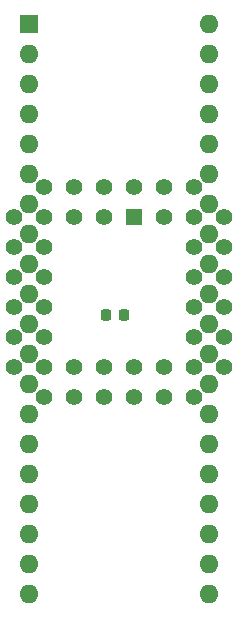
<source format=gbs>
%TF.GenerationSoftware,KiCad,Pcbnew,(6.0.0)*%
%TF.CreationDate,2022-03-13T18:44:15-04:00*%
%TF.ProjectId,z80plcc to dip,7a383070-6c63-4632-9074-6f206469702e,rev?*%
%TF.SameCoordinates,Original*%
%TF.FileFunction,Soldermask,Bot*%
%TF.FilePolarity,Negative*%
%FSLAX46Y46*%
G04 Gerber Fmt 4.6, Leading zero omitted, Abs format (unit mm)*
G04 Created by KiCad (PCBNEW (6.0.0)) date 2022-03-13 18:44:15*
%MOMM*%
%LPD*%
G01*
G04 APERTURE LIST*
G04 Aperture macros list*
%AMRoundRect*
0 Rectangle with rounded corners*
0 $1 Rounding radius*
0 $2 $3 $4 $5 $6 $7 $8 $9 X,Y pos of 4 corners*
0 Add a 4 corners polygon primitive as box body*
4,1,4,$2,$3,$4,$5,$6,$7,$8,$9,$2,$3,0*
0 Add four circle primitives for the rounded corners*
1,1,$1+$1,$2,$3*
1,1,$1+$1,$4,$5*
1,1,$1+$1,$6,$7*
1,1,$1+$1,$8,$9*
0 Add four rect primitives between the rounded corners*
20,1,$1+$1,$2,$3,$4,$5,0*
20,1,$1+$1,$4,$5,$6,$7,0*
20,1,$1+$1,$6,$7,$8,$9,0*
20,1,$1+$1,$8,$9,$2,$3,0*%
G04 Aperture macros list end*
%ADD10R,1.422400X1.422400*%
%ADD11C,1.422400*%
%ADD12R,1.600000X1.600000*%
%ADD13O,1.600000X1.600000*%
%ADD14RoundRect,0.225000X-0.225000X-0.250000X0.225000X-0.250000X0.225000X0.250000X-0.225000X0.250000X0*%
G04 APERTURE END LIST*
D10*
%TO.C,IC1*%
X127360000Y-84455000D03*
D11*
X124820000Y-81915000D03*
X124820000Y-84455000D03*
X122280000Y-81915000D03*
X122280000Y-84455000D03*
X119740000Y-81915000D03*
X117200000Y-84455000D03*
X119740000Y-84455000D03*
X117200000Y-86995000D03*
X119740000Y-86995000D03*
X117200000Y-89535000D03*
X119740000Y-89535000D03*
X117200000Y-92075000D03*
X119740000Y-92075000D03*
X117200000Y-94615000D03*
X119740000Y-94615000D03*
X117200000Y-97155000D03*
X119740000Y-99695000D03*
X119740000Y-97155000D03*
X122280000Y-99695000D03*
X122280000Y-97155000D03*
X124820000Y-99695000D03*
X124820000Y-97155000D03*
X127360000Y-99695000D03*
X127360000Y-97155000D03*
X129900000Y-99695000D03*
X129900000Y-97155000D03*
X132440000Y-99695000D03*
X134980000Y-97155000D03*
X132440000Y-97155000D03*
X134980000Y-94615000D03*
X132440000Y-94615000D03*
X134980000Y-92075000D03*
X132440000Y-92075000D03*
X134980000Y-89535000D03*
X132440000Y-89535000D03*
X134980000Y-86995000D03*
X132440000Y-86995000D03*
X134980000Y-84455000D03*
X132440000Y-81915000D03*
X132440000Y-84455000D03*
X129900000Y-81915000D03*
X129900000Y-84455000D03*
X127360000Y-81915000D03*
%TD*%
D12*
%TO.C,U1*%
X118465000Y-68089500D03*
D13*
X118465000Y-70629500D03*
X118465000Y-73169500D03*
X118465000Y-75709500D03*
X118465000Y-78249500D03*
X118465000Y-80789500D03*
X118465000Y-83329500D03*
X118465000Y-85869500D03*
X118465000Y-88409500D03*
X118465000Y-90949500D03*
X118465000Y-93489500D03*
X118465000Y-96029500D03*
X118465000Y-98569500D03*
X118465000Y-101109500D03*
X118465000Y-103649500D03*
X118465000Y-106189500D03*
X118465000Y-108729500D03*
X118465000Y-111269500D03*
X118465000Y-113809500D03*
X118465000Y-116349500D03*
X133705000Y-116349500D03*
X133705000Y-113809500D03*
X133705000Y-111269500D03*
X133705000Y-108729500D03*
X133705000Y-106189500D03*
X133705000Y-103649500D03*
X133705000Y-101109500D03*
X133705000Y-98569500D03*
X133705000Y-96029500D03*
X133705000Y-93489500D03*
X133705000Y-90949500D03*
X133705000Y-88409500D03*
X133705000Y-85869500D03*
X133705000Y-83329500D03*
X133705000Y-80789500D03*
X133705000Y-78249500D03*
X133705000Y-75709500D03*
X133705000Y-73169500D03*
X133705000Y-70629500D03*
X133705000Y-68089500D03*
%TD*%
D14*
%TO.C,C1*%
X124955000Y-92710000D03*
X126505000Y-92710000D03*
%TD*%
M02*

</source>
